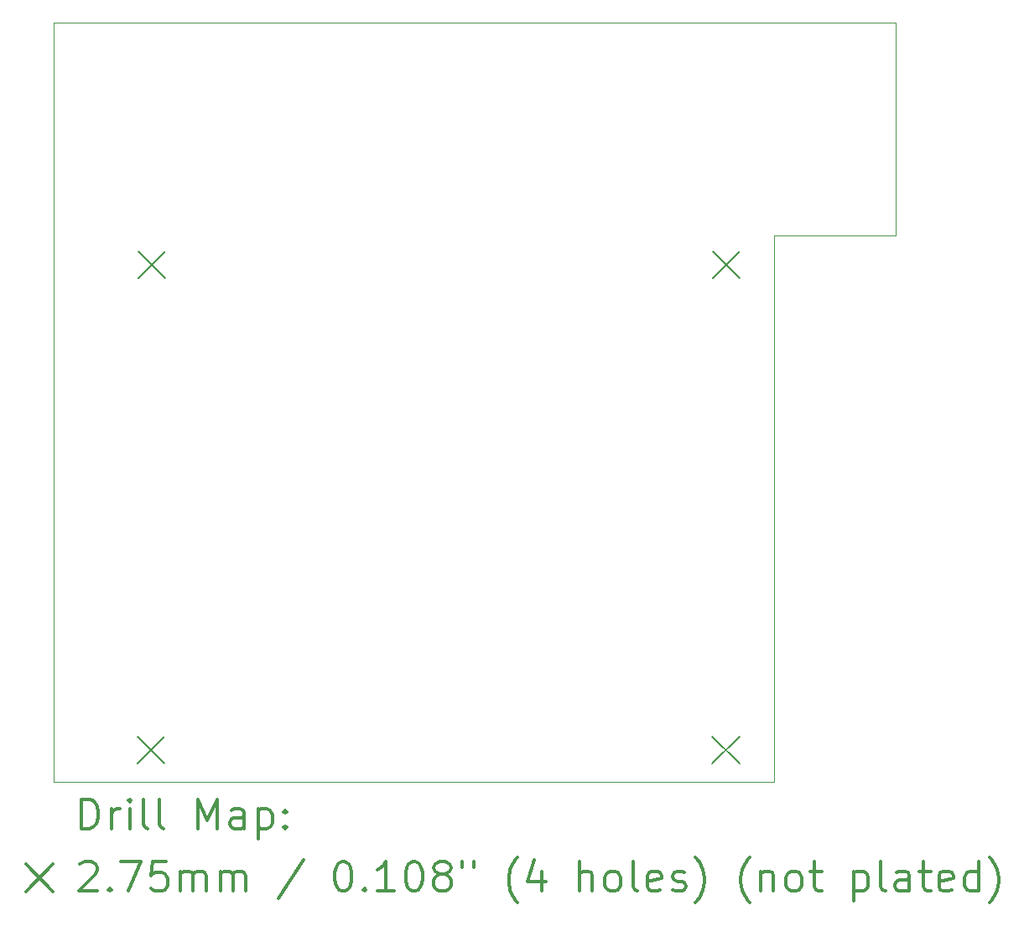
<source format=gbr>
%FSLAX45Y45*%
G04 Gerber Fmt 4.5, Leading zero omitted, Abs format (unit mm)*
G04 Created by KiCad (PCBNEW (5.1.5-0-10_14)) date 2020-04-23 09:13:12*
%MOMM*%
%LPD*%
G04 APERTURE LIST*
%TA.AperFunction,Profile*%
%ADD10C,0.100000*%
%TD*%
%ADD11C,0.200000*%
%ADD12C,0.300000*%
G04 APERTURE END LIST*
D10*
X17025000Y-10475000D02*
X17025000Y-7250000D01*
X16850000Y-12775000D02*
X17025000Y-12775000D01*
X9750000Y-5100000D02*
X9750000Y-6200000D01*
X18250000Y-5100000D02*
X9750000Y-5100000D01*
X18250000Y-7250000D02*
X18250000Y-5100000D01*
X17025000Y-7250000D02*
X18250000Y-7250000D01*
X17025000Y-12775000D02*
X17025000Y-10475000D01*
X10750000Y-12775000D02*
X16850000Y-12775000D01*
X9750000Y-12775000D02*
X10750000Y-12775000D01*
X9750000Y-6200000D02*
X9750000Y-12775000D01*
D11*
X10595786Y-12311959D02*
X10870786Y-12586959D01*
X10870786Y-12311959D02*
X10595786Y-12586959D01*
X10602136Y-7409759D02*
X10877136Y-7684759D01*
X10877136Y-7409759D02*
X10602136Y-7684759D01*
X16399686Y-12311959D02*
X16674686Y-12586959D01*
X16674686Y-12311959D02*
X16399686Y-12586959D01*
X16404086Y-7409759D02*
X16679086Y-7684759D01*
X16679086Y-7409759D02*
X16404086Y-7684759D01*
D12*
X10031428Y-13245714D02*
X10031428Y-12945714D01*
X10102857Y-12945714D01*
X10145714Y-12960000D01*
X10174286Y-12988571D01*
X10188571Y-13017143D01*
X10202857Y-13074286D01*
X10202857Y-13117143D01*
X10188571Y-13174286D01*
X10174286Y-13202857D01*
X10145714Y-13231429D01*
X10102857Y-13245714D01*
X10031428Y-13245714D01*
X10331428Y-13245714D02*
X10331428Y-13045714D01*
X10331428Y-13102857D02*
X10345714Y-13074286D01*
X10360000Y-13060000D01*
X10388571Y-13045714D01*
X10417143Y-13045714D01*
X10517143Y-13245714D02*
X10517143Y-13045714D01*
X10517143Y-12945714D02*
X10502857Y-12960000D01*
X10517143Y-12974286D01*
X10531428Y-12960000D01*
X10517143Y-12945714D01*
X10517143Y-12974286D01*
X10702857Y-13245714D02*
X10674286Y-13231429D01*
X10660000Y-13202857D01*
X10660000Y-12945714D01*
X10860000Y-13245714D02*
X10831428Y-13231429D01*
X10817143Y-13202857D01*
X10817143Y-12945714D01*
X11202857Y-13245714D02*
X11202857Y-12945714D01*
X11302857Y-13160000D01*
X11402857Y-12945714D01*
X11402857Y-13245714D01*
X11674286Y-13245714D02*
X11674286Y-13088571D01*
X11660000Y-13060000D01*
X11631428Y-13045714D01*
X11574286Y-13045714D01*
X11545714Y-13060000D01*
X11674286Y-13231429D02*
X11645714Y-13245714D01*
X11574286Y-13245714D01*
X11545714Y-13231429D01*
X11531428Y-13202857D01*
X11531428Y-13174286D01*
X11545714Y-13145714D01*
X11574286Y-13131429D01*
X11645714Y-13131429D01*
X11674286Y-13117143D01*
X11817143Y-13045714D02*
X11817143Y-13345714D01*
X11817143Y-13060000D02*
X11845714Y-13045714D01*
X11902857Y-13045714D01*
X11931428Y-13060000D01*
X11945714Y-13074286D01*
X11960000Y-13102857D01*
X11960000Y-13188571D01*
X11945714Y-13217143D01*
X11931428Y-13231429D01*
X11902857Y-13245714D01*
X11845714Y-13245714D01*
X11817143Y-13231429D01*
X12088571Y-13217143D02*
X12102857Y-13231429D01*
X12088571Y-13245714D01*
X12074286Y-13231429D01*
X12088571Y-13217143D01*
X12088571Y-13245714D01*
X12088571Y-13060000D02*
X12102857Y-13074286D01*
X12088571Y-13088571D01*
X12074286Y-13074286D01*
X12088571Y-13060000D01*
X12088571Y-13088571D01*
X9470000Y-13602500D02*
X9745000Y-13877500D01*
X9745000Y-13602500D02*
X9470000Y-13877500D01*
X10017143Y-13604286D02*
X10031428Y-13590000D01*
X10060000Y-13575714D01*
X10131428Y-13575714D01*
X10160000Y-13590000D01*
X10174286Y-13604286D01*
X10188571Y-13632857D01*
X10188571Y-13661429D01*
X10174286Y-13704286D01*
X10002857Y-13875714D01*
X10188571Y-13875714D01*
X10317143Y-13847143D02*
X10331428Y-13861429D01*
X10317143Y-13875714D01*
X10302857Y-13861429D01*
X10317143Y-13847143D01*
X10317143Y-13875714D01*
X10431428Y-13575714D02*
X10631428Y-13575714D01*
X10502857Y-13875714D01*
X10888571Y-13575714D02*
X10745714Y-13575714D01*
X10731428Y-13718571D01*
X10745714Y-13704286D01*
X10774286Y-13690000D01*
X10845714Y-13690000D01*
X10874286Y-13704286D01*
X10888571Y-13718571D01*
X10902857Y-13747143D01*
X10902857Y-13818571D01*
X10888571Y-13847143D01*
X10874286Y-13861429D01*
X10845714Y-13875714D01*
X10774286Y-13875714D01*
X10745714Y-13861429D01*
X10731428Y-13847143D01*
X11031428Y-13875714D02*
X11031428Y-13675714D01*
X11031428Y-13704286D02*
X11045714Y-13690000D01*
X11074286Y-13675714D01*
X11117143Y-13675714D01*
X11145714Y-13690000D01*
X11160000Y-13718571D01*
X11160000Y-13875714D01*
X11160000Y-13718571D02*
X11174286Y-13690000D01*
X11202857Y-13675714D01*
X11245714Y-13675714D01*
X11274286Y-13690000D01*
X11288571Y-13718571D01*
X11288571Y-13875714D01*
X11431428Y-13875714D02*
X11431428Y-13675714D01*
X11431428Y-13704286D02*
X11445714Y-13690000D01*
X11474286Y-13675714D01*
X11517143Y-13675714D01*
X11545714Y-13690000D01*
X11560000Y-13718571D01*
X11560000Y-13875714D01*
X11560000Y-13718571D02*
X11574286Y-13690000D01*
X11602857Y-13675714D01*
X11645714Y-13675714D01*
X11674286Y-13690000D01*
X11688571Y-13718571D01*
X11688571Y-13875714D01*
X12274286Y-13561429D02*
X12017143Y-13947143D01*
X12660000Y-13575714D02*
X12688571Y-13575714D01*
X12717143Y-13590000D01*
X12731428Y-13604286D01*
X12745714Y-13632857D01*
X12760000Y-13690000D01*
X12760000Y-13761429D01*
X12745714Y-13818571D01*
X12731428Y-13847143D01*
X12717143Y-13861429D01*
X12688571Y-13875714D01*
X12660000Y-13875714D01*
X12631428Y-13861429D01*
X12617143Y-13847143D01*
X12602857Y-13818571D01*
X12588571Y-13761429D01*
X12588571Y-13690000D01*
X12602857Y-13632857D01*
X12617143Y-13604286D01*
X12631428Y-13590000D01*
X12660000Y-13575714D01*
X12888571Y-13847143D02*
X12902857Y-13861429D01*
X12888571Y-13875714D01*
X12874286Y-13861429D01*
X12888571Y-13847143D01*
X12888571Y-13875714D01*
X13188571Y-13875714D02*
X13017143Y-13875714D01*
X13102857Y-13875714D02*
X13102857Y-13575714D01*
X13074286Y-13618571D01*
X13045714Y-13647143D01*
X13017143Y-13661429D01*
X13374286Y-13575714D02*
X13402857Y-13575714D01*
X13431428Y-13590000D01*
X13445714Y-13604286D01*
X13460000Y-13632857D01*
X13474286Y-13690000D01*
X13474286Y-13761429D01*
X13460000Y-13818571D01*
X13445714Y-13847143D01*
X13431428Y-13861429D01*
X13402857Y-13875714D01*
X13374286Y-13875714D01*
X13345714Y-13861429D01*
X13331428Y-13847143D01*
X13317143Y-13818571D01*
X13302857Y-13761429D01*
X13302857Y-13690000D01*
X13317143Y-13632857D01*
X13331428Y-13604286D01*
X13345714Y-13590000D01*
X13374286Y-13575714D01*
X13645714Y-13704286D02*
X13617143Y-13690000D01*
X13602857Y-13675714D01*
X13588571Y-13647143D01*
X13588571Y-13632857D01*
X13602857Y-13604286D01*
X13617143Y-13590000D01*
X13645714Y-13575714D01*
X13702857Y-13575714D01*
X13731428Y-13590000D01*
X13745714Y-13604286D01*
X13760000Y-13632857D01*
X13760000Y-13647143D01*
X13745714Y-13675714D01*
X13731428Y-13690000D01*
X13702857Y-13704286D01*
X13645714Y-13704286D01*
X13617143Y-13718571D01*
X13602857Y-13732857D01*
X13588571Y-13761429D01*
X13588571Y-13818571D01*
X13602857Y-13847143D01*
X13617143Y-13861429D01*
X13645714Y-13875714D01*
X13702857Y-13875714D01*
X13731428Y-13861429D01*
X13745714Y-13847143D01*
X13760000Y-13818571D01*
X13760000Y-13761429D01*
X13745714Y-13732857D01*
X13731428Y-13718571D01*
X13702857Y-13704286D01*
X13874286Y-13575714D02*
X13874286Y-13632857D01*
X13988571Y-13575714D02*
X13988571Y-13632857D01*
X14431428Y-13990000D02*
X14417143Y-13975714D01*
X14388571Y-13932857D01*
X14374286Y-13904286D01*
X14360000Y-13861429D01*
X14345714Y-13790000D01*
X14345714Y-13732857D01*
X14360000Y-13661429D01*
X14374286Y-13618571D01*
X14388571Y-13590000D01*
X14417143Y-13547143D01*
X14431428Y-13532857D01*
X14674286Y-13675714D02*
X14674286Y-13875714D01*
X14602857Y-13561429D02*
X14531428Y-13775714D01*
X14717143Y-13775714D01*
X15060000Y-13875714D02*
X15060000Y-13575714D01*
X15188571Y-13875714D02*
X15188571Y-13718571D01*
X15174286Y-13690000D01*
X15145714Y-13675714D01*
X15102857Y-13675714D01*
X15074286Y-13690000D01*
X15060000Y-13704286D01*
X15374286Y-13875714D02*
X15345714Y-13861429D01*
X15331428Y-13847143D01*
X15317143Y-13818571D01*
X15317143Y-13732857D01*
X15331428Y-13704286D01*
X15345714Y-13690000D01*
X15374286Y-13675714D01*
X15417143Y-13675714D01*
X15445714Y-13690000D01*
X15460000Y-13704286D01*
X15474286Y-13732857D01*
X15474286Y-13818571D01*
X15460000Y-13847143D01*
X15445714Y-13861429D01*
X15417143Y-13875714D01*
X15374286Y-13875714D01*
X15645714Y-13875714D02*
X15617143Y-13861429D01*
X15602857Y-13832857D01*
X15602857Y-13575714D01*
X15874286Y-13861429D02*
X15845714Y-13875714D01*
X15788571Y-13875714D01*
X15760000Y-13861429D01*
X15745714Y-13832857D01*
X15745714Y-13718571D01*
X15760000Y-13690000D01*
X15788571Y-13675714D01*
X15845714Y-13675714D01*
X15874286Y-13690000D01*
X15888571Y-13718571D01*
X15888571Y-13747143D01*
X15745714Y-13775714D01*
X16002857Y-13861429D02*
X16031428Y-13875714D01*
X16088571Y-13875714D01*
X16117143Y-13861429D01*
X16131428Y-13832857D01*
X16131428Y-13818571D01*
X16117143Y-13790000D01*
X16088571Y-13775714D01*
X16045714Y-13775714D01*
X16017143Y-13761429D01*
X16002857Y-13732857D01*
X16002857Y-13718571D01*
X16017143Y-13690000D01*
X16045714Y-13675714D01*
X16088571Y-13675714D01*
X16117143Y-13690000D01*
X16231428Y-13990000D02*
X16245714Y-13975714D01*
X16274286Y-13932857D01*
X16288571Y-13904286D01*
X16302857Y-13861429D01*
X16317143Y-13790000D01*
X16317143Y-13732857D01*
X16302857Y-13661429D01*
X16288571Y-13618571D01*
X16274286Y-13590000D01*
X16245714Y-13547143D01*
X16231428Y-13532857D01*
X16774286Y-13990000D02*
X16760000Y-13975714D01*
X16731428Y-13932857D01*
X16717143Y-13904286D01*
X16702857Y-13861429D01*
X16688571Y-13790000D01*
X16688571Y-13732857D01*
X16702857Y-13661429D01*
X16717143Y-13618571D01*
X16731428Y-13590000D01*
X16760000Y-13547143D01*
X16774286Y-13532857D01*
X16888571Y-13675714D02*
X16888571Y-13875714D01*
X16888571Y-13704286D02*
X16902857Y-13690000D01*
X16931428Y-13675714D01*
X16974286Y-13675714D01*
X17002857Y-13690000D01*
X17017143Y-13718571D01*
X17017143Y-13875714D01*
X17202857Y-13875714D02*
X17174286Y-13861429D01*
X17160000Y-13847143D01*
X17145714Y-13818571D01*
X17145714Y-13732857D01*
X17160000Y-13704286D01*
X17174286Y-13690000D01*
X17202857Y-13675714D01*
X17245714Y-13675714D01*
X17274286Y-13690000D01*
X17288571Y-13704286D01*
X17302857Y-13732857D01*
X17302857Y-13818571D01*
X17288571Y-13847143D01*
X17274286Y-13861429D01*
X17245714Y-13875714D01*
X17202857Y-13875714D01*
X17388571Y-13675714D02*
X17502857Y-13675714D01*
X17431428Y-13575714D02*
X17431428Y-13832857D01*
X17445714Y-13861429D01*
X17474286Y-13875714D01*
X17502857Y-13875714D01*
X17831428Y-13675714D02*
X17831428Y-13975714D01*
X17831428Y-13690000D02*
X17860000Y-13675714D01*
X17917143Y-13675714D01*
X17945714Y-13690000D01*
X17960000Y-13704286D01*
X17974286Y-13732857D01*
X17974286Y-13818571D01*
X17960000Y-13847143D01*
X17945714Y-13861429D01*
X17917143Y-13875714D01*
X17860000Y-13875714D01*
X17831428Y-13861429D01*
X18145714Y-13875714D02*
X18117143Y-13861429D01*
X18102857Y-13832857D01*
X18102857Y-13575714D01*
X18388571Y-13875714D02*
X18388571Y-13718571D01*
X18374286Y-13690000D01*
X18345714Y-13675714D01*
X18288571Y-13675714D01*
X18260000Y-13690000D01*
X18388571Y-13861429D02*
X18360000Y-13875714D01*
X18288571Y-13875714D01*
X18260000Y-13861429D01*
X18245714Y-13832857D01*
X18245714Y-13804286D01*
X18260000Y-13775714D01*
X18288571Y-13761429D01*
X18360000Y-13761429D01*
X18388571Y-13747143D01*
X18488571Y-13675714D02*
X18602857Y-13675714D01*
X18531428Y-13575714D02*
X18531428Y-13832857D01*
X18545714Y-13861429D01*
X18574286Y-13875714D01*
X18602857Y-13875714D01*
X18817143Y-13861429D02*
X18788571Y-13875714D01*
X18731428Y-13875714D01*
X18702857Y-13861429D01*
X18688571Y-13832857D01*
X18688571Y-13718571D01*
X18702857Y-13690000D01*
X18731428Y-13675714D01*
X18788571Y-13675714D01*
X18817143Y-13690000D01*
X18831428Y-13718571D01*
X18831428Y-13747143D01*
X18688571Y-13775714D01*
X19088571Y-13875714D02*
X19088571Y-13575714D01*
X19088571Y-13861429D02*
X19060000Y-13875714D01*
X19002857Y-13875714D01*
X18974286Y-13861429D01*
X18960000Y-13847143D01*
X18945714Y-13818571D01*
X18945714Y-13732857D01*
X18960000Y-13704286D01*
X18974286Y-13690000D01*
X19002857Y-13675714D01*
X19060000Y-13675714D01*
X19088571Y-13690000D01*
X19202857Y-13990000D02*
X19217143Y-13975714D01*
X19245714Y-13932857D01*
X19260000Y-13904286D01*
X19274286Y-13861429D01*
X19288571Y-13790000D01*
X19288571Y-13732857D01*
X19274286Y-13661429D01*
X19260000Y-13618571D01*
X19245714Y-13590000D01*
X19217143Y-13547143D01*
X19202857Y-13532857D01*
M02*

</source>
